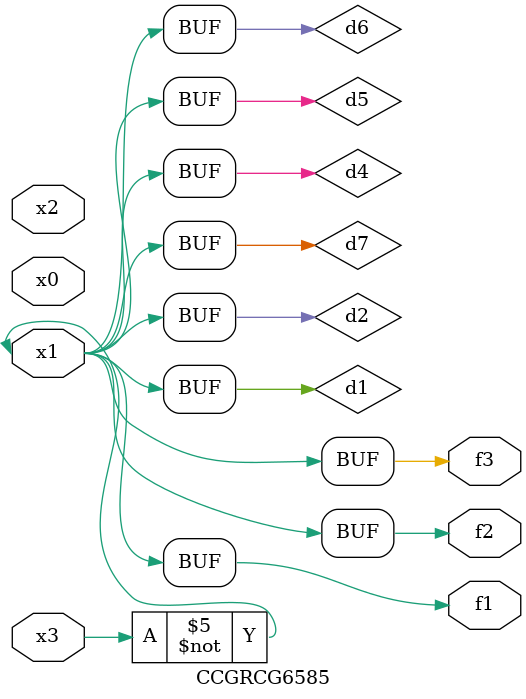
<source format=v>
module CCGRCG6585(
	input x0, x1, x2, x3,
	output f1, f2, f3
);

	wire d1, d2, d3, d4, d5, d6, d7;

	not (d1, x3);
	buf (d2, x1);
	xnor (d3, d1, d2);
	nor (d4, d1);
	buf (d5, d1, d2);
	buf (d6, d4, d5);
	nand (d7, d4);
	assign f1 = d6;
	assign f2 = d7;
	assign f3 = d6;
endmodule

</source>
